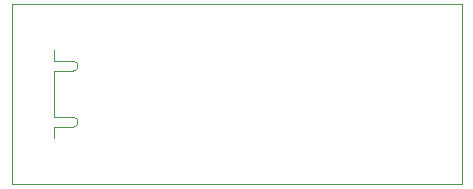
<source format=gbr>
G04 #@! TF.GenerationSoftware,KiCad,Pcbnew,(5.1.5)-3*
G04 #@! TF.CreationDate,2020-03-04T17:43:17+00:00*
G04 #@! TF.ProjectId,test pieces,74657374-2070-4696-9563-65732e6b6963,rev?*
G04 #@! TF.SameCoordinates,Original*
G04 #@! TF.FileFunction,Profile,NP*
%FSLAX46Y46*%
G04 Gerber Fmt 4.6, Leading zero omitted, Abs format (unit mm)*
G04 Created by KiCad (PCBNEW (5.1.5)-3) date 2020-03-04 17:43:17*
%MOMM*%
%LPD*%
G04 APERTURE LIST*
%ADD10C,0.050000*%
%ADD11C,0.100000*%
G04 APERTURE END LIST*
D10*
X143510000Y-144780000D02*
X143510000Y-129540000D01*
X181610000Y-144780000D02*
X143510000Y-144780000D01*
X181610000Y-129540000D02*
X181610000Y-144780000D01*
X143510000Y-129540000D02*
X181610000Y-129540000D01*
D11*
X148715000Y-139960000D02*
G75*
G03X148715000Y-139110000I0J425000D01*
G01*
X148715000Y-135210000D02*
G75*
G03X148715000Y-134360000I0J425000D01*
G01*
X147140000Y-139960000D02*
X147140000Y-140910000D01*
X148715000Y-139960000D02*
X147140000Y-139960000D01*
X148715000Y-139110000D02*
X147140000Y-139110000D01*
X147140000Y-135210000D02*
X147140000Y-139110000D01*
X148715000Y-135210000D02*
X147140000Y-135210000D01*
X148715000Y-134360000D02*
X147140000Y-134360000D01*
X147140000Y-133410000D02*
X147140000Y-134360000D01*
M02*

</source>
